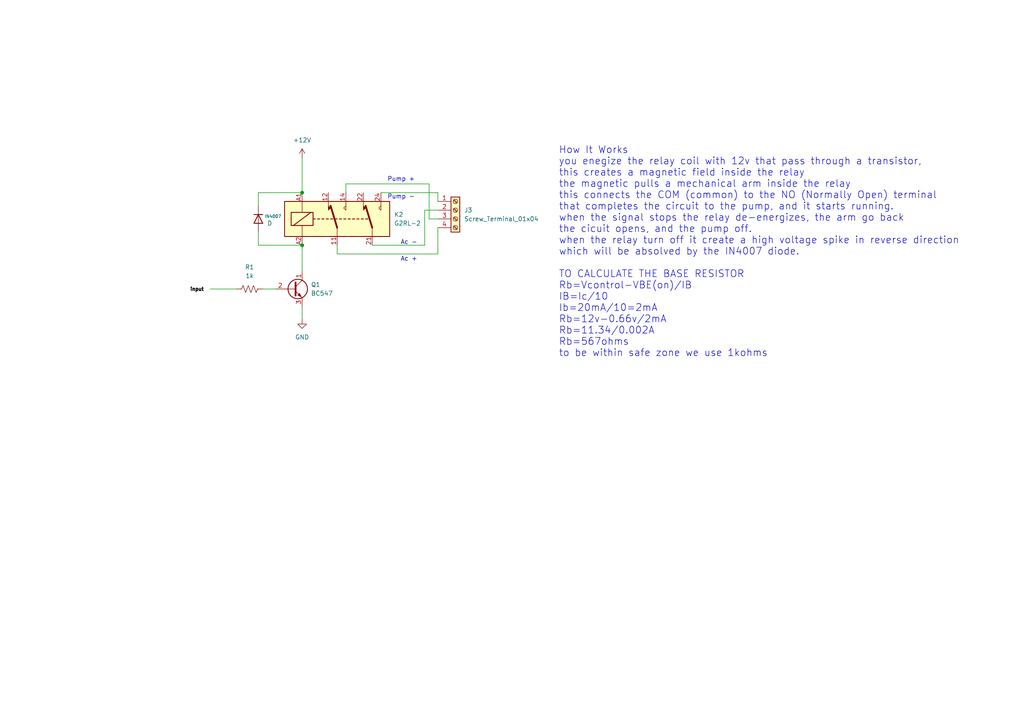
<source format=kicad_sch>
(kicad_sch (version 20250114) (generator "eeschema") (generator_version "9.0")
  (paper "A4")
  (lib_symbols
    (symbol "Connector:Screw_Terminal_01x04" (pin_names (offset 1.016) (hide yes))
      (property "Reference" "J" (at 0 5.08 0))
      (property "Value" "Screw_Terminal_01x04" (at 0 -7.62 0))
      (symbol "Screw_Terminal_01x04_1_1"
        (rectangle (start -1.27 3.81) (end 1.27 -6.35) (stroke (width 0.254)) (fill (type background)))
        (polyline (pts (xy -0.5334 2.8702) (xy 0.3302 2.032)) (stroke (width 0.1524)))
        (polyline (pts (xy -0.5334 0.3302) (xy 0.3302 -0.508)) (stroke (width 0.1524)))
        (polyline (pts (xy -0.5334 -2.2098) (xy 0.3302 -3.048)) (stroke (width 0.1524)))
        (polyline (pts (xy -0.5334 -4.7498) (xy 0.3302 -5.588)) (stroke (width 0.1524)))
        (polyline (pts (xy -0.3556 3.048) (xy 0.508 2.2098)) (stroke (width 0.1524)))
        (polyline (pts (xy -0.3556 0.508) (xy 0.508 -0.3302)) (stroke (width 0.1524)))
        (polyline (pts (xy -0.3556 -2.032) (xy 0.508 -2.8702)) (stroke (width 0.1524)))
        (polyline (pts (xy -0.3556 -4.572) (xy 0.508 -5.4102)) (stroke (width 0.1524)))
        (circle (center 0 2.54) (radius 0.635) (stroke (width 0.1524)))
        (circle (center 0 0) (radius 0.635) (stroke (width 0.1524)))
        (circle (center 0 -2.54) (radius 0.635) (stroke (width 0.1524)))
        (circle (center 0 -5.08) (radius 0.635) (stroke (width 0.1524)))
        (pin passive line (at -5.08 2.54 0) (length 3.81) (name "Pin_1") (number "1"))
        (pin passive line (at -5.08 0 0) (length 3.81) (name "Pin_2") (number "2"))
        (pin passive line (at -5.08 -2.54 0) (length 3.81) (name "Pin_3") (number "3"))
        (pin passive line (at -5.08 -5.08 0) (length 3.81) (name "Pin_4") (number "4"))
      )
    )
    (symbol "Device:D" (pin_numbers (hide yes)) (pin_names (offset 1.016) (hide yes))
      (property "Reference" "D" (at 0 2.54 0))
      (property "Value" "D" (at 0 -2.54 0))
      (symbol "D_0_1"
        (polyline (pts (xy -1.27 1.27) (xy -1.27 -1.27)) (stroke (width 0.254)))
        (polyline (pts (xy 1.27 1.27) (xy 1.27 -1.27) (xy -1.27 0) (xy 1.27 1.27)) (stroke (width 0.254)))
        (polyline (pts (xy 1.27 0) (xy -1.27 0)))
      )
      (symbol "D_1_1"
        (pin passive line (at -3.81 0 0) (length 2.54) (name "K") (number "1"))
        (pin passive line (at 3.81 0 180) (length 2.54) (name "A") (number "2"))
      )
    )
    (symbol "Device:R_US" (pin_numbers (hide yes)) (pin_names (offset 0))
      (property "Reference" "R" (at 2.54 0 90))
      (property "Value" "R_US" (at -2.54 0 90))
      (symbol "R_US_0_1"
        (polyline (pts (xy 0 2.286) (xy 0 2.54)))
        (polyline (pts (xy 0 2.286) (xy 1.016 1.905) (xy 0 1.524) (xy -1.016 1.143) (xy 0 0.762)))
        (polyline (pts (xy 0 0.762) (xy 1.016 0.381) (xy 0 0) (xy -1.016 -0.381) (xy 0 -0.762)))
        (polyline (pts (xy 0 -0.762) (xy 1.016 -1.143) (xy 0 -1.524) (xy -1.016 -1.905) (xy 0 -2.286)))
        (polyline (pts (xy 0 -2.286) (xy 0 -2.54)))
      )
      (symbol "R_US_1_1"
        (pin passive line (at 0 3.81 270) (length 1.27) (name "~") (number "1"))
        (pin passive line (at 0 -3.81 90) (length 1.27) (name "~") (number "2"))
      )
    )
    (symbol "Relay:G2RL-2"
      (property "Reference" "K" (at 16.51 3.81 0))
      (property "Value" "G2RL-2" (at 16.51 1.27 0))
      (symbol "G2RL-2_0_1"
        (rectangle (start -15.24 5.08) (end 15.24 -5.08) (stroke (width 0.254)) (fill (type background)))
        (rectangle (start -13.335 1.905) (end -6.985 -1.905) (stroke (width 0.254)))
        (polyline (pts (xy -12.7 -1.905) (xy -7.62 1.905)) (stroke (width 0.254)))
        (polyline (pts (xy -10.16 5.08) (xy -10.16 1.905)))
        (polyline (pts (xy -10.16 -5.08) (xy -10.16 -1.905)))
        (polyline (pts (xy -6.985 0) (xy -6.35 0)) (stroke (width 0.254)))
        (polyline (pts (xy -5.715 0) (xy -5.08 0)) (stroke (width 0.254)))
        (polyline (pts (xy -4.445 0) (xy -3.81 0)) (stroke (width 0.254)))
        (polyline (pts (xy -3.175 0) (xy -2.54 0)) (stroke (width 0.254)))
        (polyline (pts (xy -2.54 5.08) (xy -2.54 2.54) (xy -1.905 3.175) (xy -2.54 3.81)) (fill (type outline)))
        (polyline (pts (xy -1.905 0) (xy -1.27 0)) (stroke (width 0.254)))
        (polyline (pts (xy -0.635 0) (xy 0 0)) (stroke (width 0.254)))
        (polyline (pts (xy 0 -2.54) (xy -1.905 3.81)) (stroke (width 0.508)))
        (polyline (pts (xy 0 -2.54) (xy 0 -5.08)))
        (polyline (pts (xy 0.635 0) (xy 1.27 0)) (stroke (width 0.254)))
        (polyline (pts (xy 1.905 0) (xy 2.54 0)) (stroke (width 0.254)))
        (polyline (pts (xy 2.54 5.08) (xy 2.54 2.54) (xy 1.905 3.175) (xy 2.54 3.81)))
        (polyline (pts (xy 3.175 0) (xy 3.81 0)) (stroke (width 0.254)))
        (polyline (pts (xy 4.445 0) (xy 5.08 0)) (stroke (width 0.254)))
        (polyline (pts (xy 5.715 0) (xy 6.35 0)) (stroke (width 0.254)))
        (polyline (pts (xy 6.985 0) (xy 7.62 0)) (stroke (width 0.254)))
        (polyline (pts (xy 7.62 5.08) (xy 7.62 2.54) (xy 8.255 3.175) (xy 7.62 3.81)) (fill (type outline)))
        (polyline (pts (xy 8.255 0) (xy 8.89 0)) (stroke (width 0.254)))
        (polyline (pts (xy 10.16 -2.54) (xy 8.255 3.81)) (stroke (width 0.508)))
        (polyline (pts (xy 10.16 -2.54) (xy 10.16 -5.08)))
        (polyline (pts (xy 12.7 5.08) (xy 12.7 2.54) (xy 12.065 3.175) (xy 12.7 3.81)))
      )
      (symbol "G2RL-2_1_1"
        (pin passive line (at -10.16 7.62 270) (length 2.54) (name "~") (number "A1"))
        (pin passive line (at -10.16 -7.62 90) (length 2.54) (name "~") (number "A2"))
        (pin passive line (at -2.54 7.62 270) (length 2.54) (name "~") (number "12"))
        (pin passive line (at 0 -7.62 90) (length 2.54) (name "~") (number "11"))
        (pin passive line (at 2.54 7.62 270) (length 2.54) (name "~") (number "14"))
        (pin passive line (at 7.62 7.62 270) (length 2.54) (name "~") (number "22"))
        (pin passive line (at 10.16 -7.62 90) (length 2.54) (name "~") (number "21"))
        (pin passive line (at 12.7 7.62 270) (length 2.54) (name "~") (number "24"))
      )
    )
    (symbol "Transistor_BJT:BC547" (pin_names (offset 0) (hide yes))
      (property "Reference" "Q" (at 5.08 1.905 0))
      (property "Value" "BC547" (at 5.08 0 0))
      (symbol "BC547_0_1"
        (polyline (pts (xy -2.54 0) (xy 0.635 0)))
        (polyline (pts (xy 0.635 1.905) (xy 0.635 -1.905)) (stroke (width 0.508)))
        (circle (center 1.27 0) (radius 2.8194) (stroke (width 0.254)))
      )
      (symbol "BC547_1_1"
        (polyline (pts (xy 0.635 0.635) (xy 2.54 2.54)))
        (polyline (pts (xy 0.635 -0.635) (xy 2.54 -2.54)))
        (polyline (pts (xy 1.27 -1.778) (xy 1.778 -1.27) (xy 2.286 -2.286) (xy 1.27 -1.778)) (fill (type outline)))
        (pin input line (at -5.08 0 0) (length 2.54) (name "B") (number "2"))
        (pin passive line (at 2.54 5.08 270) (length 2.54) (name "C") (number "1"))
        (pin passive line (at 2.54 -5.08 90) (length 2.54) (name "E") (number "3"))
      )
    )
    (symbol "power:+12V" (power) (pin_numbers (hide yes)) (pin_names (offset 0) (hide yes))
      (property "Value" "+12V" (at 0 3.556 0))
      (symbol "+12V_0_1"
        (polyline (pts (xy -0.762 1.27) (xy 0 2.54)))
        (polyline (pts (xy 0 2.54) (xy 0.762 1.27)))
        (polyline (pts (xy 0 0) (xy 0 2.54)))
      )
      (symbol "+12V_1_1"
        (pin power_in line (at 0 0 90) (length 0) (name "~") (number "1"))
      )
    )
    (symbol "power:GND" (power) (pin_numbers (hide yes)) (pin_names (offset 0) (hide yes))
      (property "Value" "GND" (at 0 -3.81 0))
      (symbol "GND_0_1"
        (polyline (pts (xy 0 0) (xy 0 -1.27) (xy 1.27 -1.27) (xy 0 -2.54) (xy -1.27 -1.27) (xy 0 -1.27)))
      )
      (symbol "GND_1_1"
        (pin power_in line (at 0 0 270) (length 0) (name "~") (number "1"))
      )
    )
  )
  (text "Pump -" (at 116.332 57.15 0) (effects (font (size 1.27 1.27))))
  (text "Ac -" (at 118.618 70.358 0) (effects (font (size 1.27 1.27))))
  (text "Pump +" (at 116.332 52.07 0) (effects (font (size 1.27 1.27))))
  (text "input" (at 57.15 84.074 0) (effects (font (size 1.016 1.016) (thickness 0.4064) (bold yes))))
  (text "How It Works\nyou enegize the relay coil with 12v that pass through a transistor,\nthis creates a magnetic field inside the relay\nthe magnetic pulls a mechanical arm inside the relay\nthis connects the COM (common) to the NO (Normally Open) terminal\nthat completes the circuit to the pump, and it starts running.\nwhen the signal stops the relay de-energizes, the arm go back\nthe cicuit opens, and the pump off.\nwhen the relay turn off it create a high voltage spike in reverse direction\nwhich will be absolved by the IN4007 diode.\n\nTO CALCULATE THE BASE RESISTOR\nRb=Vcontrol-VBE(on)/IB\nIB=Ic/10\nIb=20mA/10=2mA\nRb=12v-0.66v/2mA\nRb=11.34/0.002A\nRb=567ohms\nto be within safe zone we use 1kohms\n\n" (at 162.052 74.676 0) (effects (font (size 2.032 2.032)) (justify left)))
  (text "Ac +" (at 118.618 75.184 0) (effects (font (size 1.27 1.27))))
  (junction (at 87.63 71.12))
  (junction (at 87.63 55.88))
  (wire (pts (xy 87.63 71.12) (xy 87.63 78.74)))
  (wire (pts (xy 110.49 55.88) (xy 127 55.88)))
  (wire (pts (xy 127 60.96) (xy 123.19 60.96)))
  (wire (pts (xy 97.79 73.66) (xy 127 73.66)))
  (wire (pts (xy 87.63 45.72) (xy 87.63 55.88)))
  (wire (pts (xy 74.93 59.69) (xy 74.93 55.88)))
  (wire (pts (xy 124.46 63.5) (xy 127 63.5)))
  (wire (pts (xy 123.19 60.96) (xy 123.19 71.12)))
  (wire (pts (xy 100.33 55.88) (xy 100.33 53.34)))
  (wire (pts (xy 97.79 71.12) (xy 97.79 73.66)))
  (wire (pts (xy 87.63 88.9) (xy 87.63 92.71)))
  (wire (pts (xy 74.93 67.31) (xy 74.93 71.12)))
  (wire (pts (xy 107.95 71.12) (xy 123.19 71.12)))
  (wire (pts (xy 127 55.88) (xy 127 58.42)))
  (wire (pts (xy 76.2 83.82) (xy 80.01 83.82)))
  (wire (pts (xy 74.93 71.12) (xy 87.63 71.12)))
  (wire (pts (xy 68.58 83.82) (xy 60.96 83.82)))
  (wire (pts (xy 74.93 55.88) (xy 87.63 55.88)))
  (wire (pts (xy 100.33 53.34) (xy 124.46 53.34)))
  (wire (pts (xy 127 73.66) (xy 127 66.04)))
  (wire (pts (xy 124.46 53.34) (xy 124.46 63.5)))
  (symbol (lib_id "Device:D") (at 74.93 63.5 270) (unit 1)
    (property "Reference" "IN4007" (at 76.708 62.738 90) (effects (font (size 0.889 0.889)) (justify left)))
    (property "Value" "D" (at 77.47 64.7699 90) (effects (justify left)))
    (property "Description" "Diode" (effects (hide yes)))
    (property "Sim.Device" "D" (effects (hide yes)))
    (property "Sim.Pins" "1=K 2=A" (effects (hide yes)))
  )
  (symbol (lib_id "Transistor_BJT:BC547") (at 85.09 83.82 0) (unit 1)
    (property "Reference" "Q1" (at 90.17 82.5499 0) (effects (justify left)))
    (property "Value" "BC547" (at 90.17 85.0899 0) (effects (justify left)))
    (property "Footprint" "Package_TO_SOT_THT:TO-92_Inline" (effects (hide yes)))
    (property "Datasheet" "https://www.onsemi.com/pub/Collateral/BC550-D.pdf" (effects (hide yes)))
    (property "Description" "0.1A Ic, 45V Vce, Small Signal NPN Transistor, TO-92" (effects (hide yes)))
  )
  (symbol (lib_id "Relay:G2RL-2") (at 97.79 63.5 0) (unit 1)
    (property "Reference" "K2" (at 114.3 62.2299 0) (effects (justify left)))
    (property "Value" "G2RL-2" (at 114.3 64.7699 0) (effects (justify left)))
    (property "Footprint" "Relay_THT:Relay_DPDT_Omron_G2RL-2" (effects (hide yes)))
    (property "Datasheet" "https://www.mouser.com/datasheet/2/307/J117_E1-3440023.pdf" (effects (hide yes)))
    (property "Description" "General Purpose Low Profile Relay DPDT Through Hole, Omron G2RL series, 8A 250VAC" (effects (hide yes)))
  )
  (symbol (lib_id "power:GND") (at 87.63 92.71 0) (unit 1)
    (property "Reference" "#PWR02" (effects (hide yes)))
    (property "Value" "GND" (at 87.63 97.79 0))
    (property "Description" "Power symbol creates a global label with name \"GND\" , ground" (effects (hide yes)))
  )
  (symbol (lib_id "Device:R_US") (at 72.39 83.82 90) (unit 1)
    (property "Reference" "R1" (at 72.39 77.47 90))
    (property "Value" "1k" (at 72.39 80.01 90))
    (property "Description" "Resistor, US symbol" (effects (hide yes)))
  )
  (symbol (lib_id "power:+12V") (at 87.63 45.72 0) (unit 1)
    (property "Reference" "#PWR03" (effects (hide yes)))
    (property "Value" "+12V" (at 87.63 40.64 0))
    (property "Description" "Power symbol creates a global label with name \"+12V\"" (effects (hide yes)))
  )
  (symbol (lib_id "Connector:Screw_Terminal_01x04") (at 132.08 60.96 0) (unit 1)
    (property "Reference" "J3" (at 134.62 60.9599 0) (effects (justify left)))
    (property "Value" "Screw_Terminal_01x04" (at 134.62 63.4999 0) (effects (justify left)))
    (property "Description" "Generic screw terminal, single row, 01x04, script generated (kicad-library-utils/schlib/autogen/connector/)" (effects (hide yes)))
  )
)
</source>
